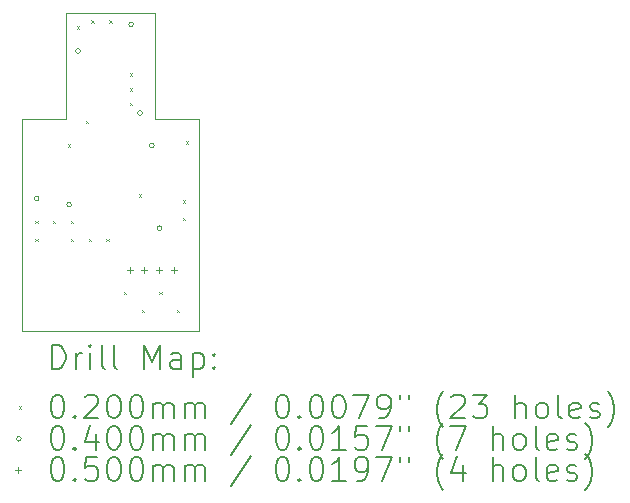
<source format=gbr>
%TF.GenerationSoftware,KiCad,Pcbnew,7.0.7*%
%TF.CreationDate,2023-09-24T13:38:28+10:00*%
%TF.ProjectId,fyp_breakout,6679705f-6272-4656-916b-6f75742e6b69,rev?*%
%TF.SameCoordinates,Original*%
%TF.FileFunction,Drillmap*%
%TF.FilePolarity,Positive*%
%FSLAX45Y45*%
G04 Gerber Fmt 4.5, Leading zero omitted, Abs format (unit mm)*
G04 Created by KiCad (PCBNEW 7.0.7) date 2023-09-24 13:38:28*
%MOMM*%
%LPD*%
G01*
G04 APERTURE LIST*
%ADD10C,0.100000*%
%ADD11C,0.200000*%
%ADD12C,0.020000*%
%ADD13C,0.040000*%
%ADD14C,0.050000*%
G04 APERTURE END LIST*
D10*
X14875000Y-10400000D02*
X15250000Y-10400000D01*
X15250000Y-12200000D01*
X13750000Y-12200000D01*
X13750000Y-10400000D01*
X14125000Y-10400000D01*
X14125000Y-9500000D01*
X14875000Y-9500000D01*
X14875000Y-10400000D01*
D11*
D12*
X13865000Y-11265000D02*
X13885000Y-11285000D01*
X13885000Y-11265000D02*
X13865000Y-11285000D01*
X13865000Y-11415000D02*
X13885000Y-11435000D01*
X13885000Y-11415000D02*
X13865000Y-11435000D01*
X14015000Y-11265000D02*
X14035000Y-11285000D01*
X14035000Y-11265000D02*
X14015000Y-11285000D01*
X14140000Y-10615000D02*
X14160000Y-10635000D01*
X14160000Y-10615000D02*
X14140000Y-10635000D01*
X14165000Y-11265000D02*
X14185000Y-11285000D01*
X14185000Y-11265000D02*
X14165000Y-11285000D01*
X14165000Y-11415000D02*
X14185000Y-11435000D01*
X14185000Y-11415000D02*
X14165000Y-11435000D01*
X14215000Y-9615000D02*
X14235000Y-9635000D01*
X14235000Y-9615000D02*
X14215000Y-9635000D01*
X14290000Y-10415000D02*
X14310000Y-10435000D01*
X14310000Y-10415000D02*
X14290000Y-10435000D01*
X14315000Y-11415000D02*
X14335000Y-11435000D01*
X14335000Y-11415000D02*
X14315000Y-11435000D01*
X14340000Y-9565000D02*
X14360000Y-9585000D01*
X14360000Y-9565000D02*
X14340000Y-9585000D01*
X14465000Y-11415000D02*
X14485000Y-11435000D01*
X14485000Y-11415000D02*
X14465000Y-11435000D01*
X14490000Y-9565000D02*
X14510000Y-9585000D01*
X14510000Y-9565000D02*
X14490000Y-9585000D01*
X14615000Y-11865000D02*
X14635000Y-11885000D01*
X14635000Y-11865000D02*
X14615000Y-11885000D01*
X14665000Y-10015000D02*
X14685000Y-10035000D01*
X14685000Y-10015000D02*
X14665000Y-10035000D01*
X14665000Y-10140000D02*
X14685000Y-10160000D01*
X14685000Y-10140000D02*
X14665000Y-10160000D01*
X14665000Y-10265000D02*
X14685000Y-10285000D01*
X14685000Y-10265000D02*
X14665000Y-10285000D01*
X14740000Y-11040000D02*
X14760000Y-11060000D01*
X14760000Y-11040000D02*
X14740000Y-11060000D01*
X14765000Y-12015000D02*
X14785000Y-12035000D01*
X14785000Y-12015000D02*
X14765000Y-12035000D01*
X14915000Y-11865000D02*
X14935000Y-11885000D01*
X14935000Y-11865000D02*
X14915000Y-11885000D01*
X15065000Y-12015000D02*
X15085000Y-12035000D01*
X15085000Y-12015000D02*
X15065000Y-12035000D01*
X15115000Y-11090000D02*
X15135000Y-11110000D01*
X15135000Y-11090000D02*
X15115000Y-11110000D01*
X15115000Y-11240000D02*
X15135000Y-11260000D01*
X15135000Y-11240000D02*
X15115000Y-11260000D01*
X15140000Y-10590000D02*
X15160000Y-10610000D01*
X15160000Y-10590000D02*
X15140000Y-10610000D01*
D13*
X13895000Y-11075000D02*
G75*
G03*
X13895000Y-11075000I-20000J0D01*
G01*
X14170000Y-11125000D02*
G75*
G03*
X14170000Y-11125000I-20000J0D01*
G01*
X14245000Y-9825000D02*
G75*
G03*
X14245000Y-9825000I-20000J0D01*
G01*
X14695000Y-9600000D02*
G75*
G03*
X14695000Y-9600000I-20000J0D01*
G01*
X14770000Y-10350000D02*
G75*
G03*
X14770000Y-10350000I-20000J0D01*
G01*
X14870000Y-10625000D02*
G75*
G03*
X14870000Y-10625000I-20000J0D01*
G01*
X14935050Y-11325000D02*
G75*
G03*
X14935050Y-11325000I-20000J0D01*
G01*
D14*
X14662500Y-11655000D02*
X14662500Y-11705000D01*
X14637500Y-11680000D02*
X14687500Y-11680000D01*
X14787500Y-11655000D02*
X14787500Y-11705000D01*
X14762500Y-11680000D02*
X14812500Y-11680000D01*
X14912500Y-11655000D02*
X14912500Y-11705000D01*
X14887500Y-11680000D02*
X14937500Y-11680000D01*
X15037500Y-11655000D02*
X15037500Y-11705000D01*
X15012500Y-11680000D02*
X15062500Y-11680000D01*
D11*
X14005777Y-12516484D02*
X14005777Y-12316484D01*
X14005777Y-12316484D02*
X14053396Y-12316484D01*
X14053396Y-12316484D02*
X14081967Y-12326008D01*
X14081967Y-12326008D02*
X14101015Y-12345055D01*
X14101015Y-12345055D02*
X14110539Y-12364103D01*
X14110539Y-12364103D02*
X14120062Y-12402198D01*
X14120062Y-12402198D02*
X14120062Y-12430769D01*
X14120062Y-12430769D02*
X14110539Y-12468865D01*
X14110539Y-12468865D02*
X14101015Y-12487912D01*
X14101015Y-12487912D02*
X14081967Y-12506960D01*
X14081967Y-12506960D02*
X14053396Y-12516484D01*
X14053396Y-12516484D02*
X14005777Y-12516484D01*
X14205777Y-12516484D02*
X14205777Y-12383150D01*
X14205777Y-12421246D02*
X14215301Y-12402198D01*
X14215301Y-12402198D02*
X14224824Y-12392674D01*
X14224824Y-12392674D02*
X14243872Y-12383150D01*
X14243872Y-12383150D02*
X14262920Y-12383150D01*
X14329586Y-12516484D02*
X14329586Y-12383150D01*
X14329586Y-12316484D02*
X14320062Y-12326008D01*
X14320062Y-12326008D02*
X14329586Y-12335531D01*
X14329586Y-12335531D02*
X14339110Y-12326008D01*
X14339110Y-12326008D02*
X14329586Y-12316484D01*
X14329586Y-12316484D02*
X14329586Y-12335531D01*
X14453396Y-12516484D02*
X14434348Y-12506960D01*
X14434348Y-12506960D02*
X14424824Y-12487912D01*
X14424824Y-12487912D02*
X14424824Y-12316484D01*
X14558158Y-12516484D02*
X14539110Y-12506960D01*
X14539110Y-12506960D02*
X14529586Y-12487912D01*
X14529586Y-12487912D02*
X14529586Y-12316484D01*
X14786729Y-12516484D02*
X14786729Y-12316484D01*
X14786729Y-12316484D02*
X14853396Y-12459341D01*
X14853396Y-12459341D02*
X14920062Y-12316484D01*
X14920062Y-12316484D02*
X14920062Y-12516484D01*
X15101015Y-12516484D02*
X15101015Y-12411722D01*
X15101015Y-12411722D02*
X15091491Y-12392674D01*
X15091491Y-12392674D02*
X15072443Y-12383150D01*
X15072443Y-12383150D02*
X15034348Y-12383150D01*
X15034348Y-12383150D02*
X15015301Y-12392674D01*
X15101015Y-12506960D02*
X15081967Y-12516484D01*
X15081967Y-12516484D02*
X15034348Y-12516484D01*
X15034348Y-12516484D02*
X15015301Y-12506960D01*
X15015301Y-12506960D02*
X15005777Y-12487912D01*
X15005777Y-12487912D02*
X15005777Y-12468865D01*
X15005777Y-12468865D02*
X15015301Y-12449817D01*
X15015301Y-12449817D02*
X15034348Y-12440293D01*
X15034348Y-12440293D02*
X15081967Y-12440293D01*
X15081967Y-12440293D02*
X15101015Y-12430769D01*
X15196253Y-12383150D02*
X15196253Y-12583150D01*
X15196253Y-12392674D02*
X15215301Y-12383150D01*
X15215301Y-12383150D02*
X15253396Y-12383150D01*
X15253396Y-12383150D02*
X15272443Y-12392674D01*
X15272443Y-12392674D02*
X15281967Y-12402198D01*
X15281967Y-12402198D02*
X15291491Y-12421246D01*
X15291491Y-12421246D02*
X15291491Y-12478388D01*
X15291491Y-12478388D02*
X15281967Y-12497436D01*
X15281967Y-12497436D02*
X15272443Y-12506960D01*
X15272443Y-12506960D02*
X15253396Y-12516484D01*
X15253396Y-12516484D02*
X15215301Y-12516484D01*
X15215301Y-12516484D02*
X15196253Y-12506960D01*
X15377205Y-12497436D02*
X15386729Y-12506960D01*
X15386729Y-12506960D02*
X15377205Y-12516484D01*
X15377205Y-12516484D02*
X15367682Y-12506960D01*
X15367682Y-12506960D02*
X15377205Y-12497436D01*
X15377205Y-12497436D02*
X15377205Y-12516484D01*
X15377205Y-12392674D02*
X15386729Y-12402198D01*
X15386729Y-12402198D02*
X15377205Y-12411722D01*
X15377205Y-12411722D02*
X15367682Y-12402198D01*
X15367682Y-12402198D02*
X15377205Y-12392674D01*
X15377205Y-12392674D02*
X15377205Y-12411722D01*
D12*
X13725000Y-12835000D02*
X13745000Y-12855000D01*
X13745000Y-12835000D02*
X13725000Y-12855000D01*
D11*
X14043872Y-12736484D02*
X14062920Y-12736484D01*
X14062920Y-12736484D02*
X14081967Y-12746008D01*
X14081967Y-12746008D02*
X14091491Y-12755531D01*
X14091491Y-12755531D02*
X14101015Y-12774579D01*
X14101015Y-12774579D02*
X14110539Y-12812674D01*
X14110539Y-12812674D02*
X14110539Y-12860293D01*
X14110539Y-12860293D02*
X14101015Y-12898388D01*
X14101015Y-12898388D02*
X14091491Y-12917436D01*
X14091491Y-12917436D02*
X14081967Y-12926960D01*
X14081967Y-12926960D02*
X14062920Y-12936484D01*
X14062920Y-12936484D02*
X14043872Y-12936484D01*
X14043872Y-12936484D02*
X14024824Y-12926960D01*
X14024824Y-12926960D02*
X14015301Y-12917436D01*
X14015301Y-12917436D02*
X14005777Y-12898388D01*
X14005777Y-12898388D02*
X13996253Y-12860293D01*
X13996253Y-12860293D02*
X13996253Y-12812674D01*
X13996253Y-12812674D02*
X14005777Y-12774579D01*
X14005777Y-12774579D02*
X14015301Y-12755531D01*
X14015301Y-12755531D02*
X14024824Y-12746008D01*
X14024824Y-12746008D02*
X14043872Y-12736484D01*
X14196253Y-12917436D02*
X14205777Y-12926960D01*
X14205777Y-12926960D02*
X14196253Y-12936484D01*
X14196253Y-12936484D02*
X14186729Y-12926960D01*
X14186729Y-12926960D02*
X14196253Y-12917436D01*
X14196253Y-12917436D02*
X14196253Y-12936484D01*
X14281967Y-12755531D02*
X14291491Y-12746008D01*
X14291491Y-12746008D02*
X14310539Y-12736484D01*
X14310539Y-12736484D02*
X14358158Y-12736484D01*
X14358158Y-12736484D02*
X14377205Y-12746008D01*
X14377205Y-12746008D02*
X14386729Y-12755531D01*
X14386729Y-12755531D02*
X14396253Y-12774579D01*
X14396253Y-12774579D02*
X14396253Y-12793627D01*
X14396253Y-12793627D02*
X14386729Y-12822198D01*
X14386729Y-12822198D02*
X14272443Y-12936484D01*
X14272443Y-12936484D02*
X14396253Y-12936484D01*
X14520062Y-12736484D02*
X14539110Y-12736484D01*
X14539110Y-12736484D02*
X14558158Y-12746008D01*
X14558158Y-12746008D02*
X14567682Y-12755531D01*
X14567682Y-12755531D02*
X14577205Y-12774579D01*
X14577205Y-12774579D02*
X14586729Y-12812674D01*
X14586729Y-12812674D02*
X14586729Y-12860293D01*
X14586729Y-12860293D02*
X14577205Y-12898388D01*
X14577205Y-12898388D02*
X14567682Y-12917436D01*
X14567682Y-12917436D02*
X14558158Y-12926960D01*
X14558158Y-12926960D02*
X14539110Y-12936484D01*
X14539110Y-12936484D02*
X14520062Y-12936484D01*
X14520062Y-12936484D02*
X14501015Y-12926960D01*
X14501015Y-12926960D02*
X14491491Y-12917436D01*
X14491491Y-12917436D02*
X14481967Y-12898388D01*
X14481967Y-12898388D02*
X14472443Y-12860293D01*
X14472443Y-12860293D02*
X14472443Y-12812674D01*
X14472443Y-12812674D02*
X14481967Y-12774579D01*
X14481967Y-12774579D02*
X14491491Y-12755531D01*
X14491491Y-12755531D02*
X14501015Y-12746008D01*
X14501015Y-12746008D02*
X14520062Y-12736484D01*
X14710539Y-12736484D02*
X14729586Y-12736484D01*
X14729586Y-12736484D02*
X14748634Y-12746008D01*
X14748634Y-12746008D02*
X14758158Y-12755531D01*
X14758158Y-12755531D02*
X14767682Y-12774579D01*
X14767682Y-12774579D02*
X14777205Y-12812674D01*
X14777205Y-12812674D02*
X14777205Y-12860293D01*
X14777205Y-12860293D02*
X14767682Y-12898388D01*
X14767682Y-12898388D02*
X14758158Y-12917436D01*
X14758158Y-12917436D02*
X14748634Y-12926960D01*
X14748634Y-12926960D02*
X14729586Y-12936484D01*
X14729586Y-12936484D02*
X14710539Y-12936484D01*
X14710539Y-12936484D02*
X14691491Y-12926960D01*
X14691491Y-12926960D02*
X14681967Y-12917436D01*
X14681967Y-12917436D02*
X14672443Y-12898388D01*
X14672443Y-12898388D02*
X14662920Y-12860293D01*
X14662920Y-12860293D02*
X14662920Y-12812674D01*
X14662920Y-12812674D02*
X14672443Y-12774579D01*
X14672443Y-12774579D02*
X14681967Y-12755531D01*
X14681967Y-12755531D02*
X14691491Y-12746008D01*
X14691491Y-12746008D02*
X14710539Y-12736484D01*
X14862920Y-12936484D02*
X14862920Y-12803150D01*
X14862920Y-12822198D02*
X14872443Y-12812674D01*
X14872443Y-12812674D02*
X14891491Y-12803150D01*
X14891491Y-12803150D02*
X14920063Y-12803150D01*
X14920063Y-12803150D02*
X14939110Y-12812674D01*
X14939110Y-12812674D02*
X14948634Y-12831722D01*
X14948634Y-12831722D02*
X14948634Y-12936484D01*
X14948634Y-12831722D02*
X14958158Y-12812674D01*
X14958158Y-12812674D02*
X14977205Y-12803150D01*
X14977205Y-12803150D02*
X15005777Y-12803150D01*
X15005777Y-12803150D02*
X15024824Y-12812674D01*
X15024824Y-12812674D02*
X15034348Y-12831722D01*
X15034348Y-12831722D02*
X15034348Y-12936484D01*
X15129586Y-12936484D02*
X15129586Y-12803150D01*
X15129586Y-12822198D02*
X15139110Y-12812674D01*
X15139110Y-12812674D02*
X15158158Y-12803150D01*
X15158158Y-12803150D02*
X15186729Y-12803150D01*
X15186729Y-12803150D02*
X15205777Y-12812674D01*
X15205777Y-12812674D02*
X15215301Y-12831722D01*
X15215301Y-12831722D02*
X15215301Y-12936484D01*
X15215301Y-12831722D02*
X15224824Y-12812674D01*
X15224824Y-12812674D02*
X15243872Y-12803150D01*
X15243872Y-12803150D02*
X15272443Y-12803150D01*
X15272443Y-12803150D02*
X15291491Y-12812674D01*
X15291491Y-12812674D02*
X15301015Y-12831722D01*
X15301015Y-12831722D02*
X15301015Y-12936484D01*
X15691491Y-12726960D02*
X15520063Y-12984103D01*
X15948634Y-12736484D02*
X15967682Y-12736484D01*
X15967682Y-12736484D02*
X15986729Y-12746008D01*
X15986729Y-12746008D02*
X15996253Y-12755531D01*
X15996253Y-12755531D02*
X16005777Y-12774579D01*
X16005777Y-12774579D02*
X16015301Y-12812674D01*
X16015301Y-12812674D02*
X16015301Y-12860293D01*
X16015301Y-12860293D02*
X16005777Y-12898388D01*
X16005777Y-12898388D02*
X15996253Y-12917436D01*
X15996253Y-12917436D02*
X15986729Y-12926960D01*
X15986729Y-12926960D02*
X15967682Y-12936484D01*
X15967682Y-12936484D02*
X15948634Y-12936484D01*
X15948634Y-12936484D02*
X15929586Y-12926960D01*
X15929586Y-12926960D02*
X15920063Y-12917436D01*
X15920063Y-12917436D02*
X15910539Y-12898388D01*
X15910539Y-12898388D02*
X15901015Y-12860293D01*
X15901015Y-12860293D02*
X15901015Y-12812674D01*
X15901015Y-12812674D02*
X15910539Y-12774579D01*
X15910539Y-12774579D02*
X15920063Y-12755531D01*
X15920063Y-12755531D02*
X15929586Y-12746008D01*
X15929586Y-12746008D02*
X15948634Y-12736484D01*
X16101015Y-12917436D02*
X16110539Y-12926960D01*
X16110539Y-12926960D02*
X16101015Y-12936484D01*
X16101015Y-12936484D02*
X16091491Y-12926960D01*
X16091491Y-12926960D02*
X16101015Y-12917436D01*
X16101015Y-12917436D02*
X16101015Y-12936484D01*
X16234348Y-12736484D02*
X16253396Y-12736484D01*
X16253396Y-12736484D02*
X16272444Y-12746008D01*
X16272444Y-12746008D02*
X16281967Y-12755531D01*
X16281967Y-12755531D02*
X16291491Y-12774579D01*
X16291491Y-12774579D02*
X16301015Y-12812674D01*
X16301015Y-12812674D02*
X16301015Y-12860293D01*
X16301015Y-12860293D02*
X16291491Y-12898388D01*
X16291491Y-12898388D02*
X16281967Y-12917436D01*
X16281967Y-12917436D02*
X16272444Y-12926960D01*
X16272444Y-12926960D02*
X16253396Y-12936484D01*
X16253396Y-12936484D02*
X16234348Y-12936484D01*
X16234348Y-12936484D02*
X16215301Y-12926960D01*
X16215301Y-12926960D02*
X16205777Y-12917436D01*
X16205777Y-12917436D02*
X16196253Y-12898388D01*
X16196253Y-12898388D02*
X16186729Y-12860293D01*
X16186729Y-12860293D02*
X16186729Y-12812674D01*
X16186729Y-12812674D02*
X16196253Y-12774579D01*
X16196253Y-12774579D02*
X16205777Y-12755531D01*
X16205777Y-12755531D02*
X16215301Y-12746008D01*
X16215301Y-12746008D02*
X16234348Y-12736484D01*
X16424825Y-12736484D02*
X16443872Y-12736484D01*
X16443872Y-12736484D02*
X16462920Y-12746008D01*
X16462920Y-12746008D02*
X16472444Y-12755531D01*
X16472444Y-12755531D02*
X16481967Y-12774579D01*
X16481967Y-12774579D02*
X16491491Y-12812674D01*
X16491491Y-12812674D02*
X16491491Y-12860293D01*
X16491491Y-12860293D02*
X16481967Y-12898388D01*
X16481967Y-12898388D02*
X16472444Y-12917436D01*
X16472444Y-12917436D02*
X16462920Y-12926960D01*
X16462920Y-12926960D02*
X16443872Y-12936484D01*
X16443872Y-12936484D02*
X16424825Y-12936484D01*
X16424825Y-12936484D02*
X16405777Y-12926960D01*
X16405777Y-12926960D02*
X16396253Y-12917436D01*
X16396253Y-12917436D02*
X16386729Y-12898388D01*
X16386729Y-12898388D02*
X16377206Y-12860293D01*
X16377206Y-12860293D02*
X16377206Y-12812674D01*
X16377206Y-12812674D02*
X16386729Y-12774579D01*
X16386729Y-12774579D02*
X16396253Y-12755531D01*
X16396253Y-12755531D02*
X16405777Y-12746008D01*
X16405777Y-12746008D02*
X16424825Y-12736484D01*
X16558158Y-12736484D02*
X16691491Y-12736484D01*
X16691491Y-12736484D02*
X16605777Y-12936484D01*
X16777206Y-12936484D02*
X16815301Y-12936484D01*
X16815301Y-12936484D02*
X16834349Y-12926960D01*
X16834349Y-12926960D02*
X16843872Y-12917436D01*
X16843872Y-12917436D02*
X16862920Y-12888865D01*
X16862920Y-12888865D02*
X16872444Y-12850769D01*
X16872444Y-12850769D02*
X16872444Y-12774579D01*
X16872444Y-12774579D02*
X16862920Y-12755531D01*
X16862920Y-12755531D02*
X16853396Y-12746008D01*
X16853396Y-12746008D02*
X16834349Y-12736484D01*
X16834349Y-12736484D02*
X16796253Y-12736484D01*
X16796253Y-12736484D02*
X16777206Y-12746008D01*
X16777206Y-12746008D02*
X16767682Y-12755531D01*
X16767682Y-12755531D02*
X16758158Y-12774579D01*
X16758158Y-12774579D02*
X16758158Y-12822198D01*
X16758158Y-12822198D02*
X16767682Y-12841246D01*
X16767682Y-12841246D02*
X16777206Y-12850769D01*
X16777206Y-12850769D02*
X16796253Y-12860293D01*
X16796253Y-12860293D02*
X16834349Y-12860293D01*
X16834349Y-12860293D02*
X16853396Y-12850769D01*
X16853396Y-12850769D02*
X16862920Y-12841246D01*
X16862920Y-12841246D02*
X16872444Y-12822198D01*
X16948634Y-12736484D02*
X16948634Y-12774579D01*
X17024825Y-12736484D02*
X17024825Y-12774579D01*
X17320063Y-13012674D02*
X17310539Y-13003150D01*
X17310539Y-13003150D02*
X17291491Y-12974579D01*
X17291491Y-12974579D02*
X17281968Y-12955531D01*
X17281968Y-12955531D02*
X17272444Y-12926960D01*
X17272444Y-12926960D02*
X17262920Y-12879341D01*
X17262920Y-12879341D02*
X17262920Y-12841246D01*
X17262920Y-12841246D02*
X17272444Y-12793627D01*
X17272444Y-12793627D02*
X17281968Y-12765055D01*
X17281968Y-12765055D02*
X17291491Y-12746008D01*
X17291491Y-12746008D02*
X17310539Y-12717436D01*
X17310539Y-12717436D02*
X17320063Y-12707912D01*
X17386730Y-12755531D02*
X17396253Y-12746008D01*
X17396253Y-12746008D02*
X17415301Y-12736484D01*
X17415301Y-12736484D02*
X17462920Y-12736484D01*
X17462920Y-12736484D02*
X17481968Y-12746008D01*
X17481968Y-12746008D02*
X17491491Y-12755531D01*
X17491491Y-12755531D02*
X17501015Y-12774579D01*
X17501015Y-12774579D02*
X17501015Y-12793627D01*
X17501015Y-12793627D02*
X17491491Y-12822198D01*
X17491491Y-12822198D02*
X17377206Y-12936484D01*
X17377206Y-12936484D02*
X17501015Y-12936484D01*
X17567682Y-12736484D02*
X17691491Y-12736484D01*
X17691491Y-12736484D02*
X17624825Y-12812674D01*
X17624825Y-12812674D02*
X17653396Y-12812674D01*
X17653396Y-12812674D02*
X17672444Y-12822198D01*
X17672444Y-12822198D02*
X17681968Y-12831722D01*
X17681968Y-12831722D02*
X17691491Y-12850769D01*
X17691491Y-12850769D02*
X17691491Y-12898388D01*
X17691491Y-12898388D02*
X17681968Y-12917436D01*
X17681968Y-12917436D02*
X17672444Y-12926960D01*
X17672444Y-12926960D02*
X17653396Y-12936484D01*
X17653396Y-12936484D02*
X17596253Y-12936484D01*
X17596253Y-12936484D02*
X17577206Y-12926960D01*
X17577206Y-12926960D02*
X17567682Y-12917436D01*
X17929587Y-12936484D02*
X17929587Y-12736484D01*
X18015301Y-12936484D02*
X18015301Y-12831722D01*
X18015301Y-12831722D02*
X18005777Y-12812674D01*
X18005777Y-12812674D02*
X17986730Y-12803150D01*
X17986730Y-12803150D02*
X17958158Y-12803150D01*
X17958158Y-12803150D02*
X17939111Y-12812674D01*
X17939111Y-12812674D02*
X17929587Y-12822198D01*
X18139111Y-12936484D02*
X18120063Y-12926960D01*
X18120063Y-12926960D02*
X18110539Y-12917436D01*
X18110539Y-12917436D02*
X18101015Y-12898388D01*
X18101015Y-12898388D02*
X18101015Y-12841246D01*
X18101015Y-12841246D02*
X18110539Y-12822198D01*
X18110539Y-12822198D02*
X18120063Y-12812674D01*
X18120063Y-12812674D02*
X18139111Y-12803150D01*
X18139111Y-12803150D02*
X18167682Y-12803150D01*
X18167682Y-12803150D02*
X18186730Y-12812674D01*
X18186730Y-12812674D02*
X18196253Y-12822198D01*
X18196253Y-12822198D02*
X18205777Y-12841246D01*
X18205777Y-12841246D02*
X18205777Y-12898388D01*
X18205777Y-12898388D02*
X18196253Y-12917436D01*
X18196253Y-12917436D02*
X18186730Y-12926960D01*
X18186730Y-12926960D02*
X18167682Y-12936484D01*
X18167682Y-12936484D02*
X18139111Y-12936484D01*
X18320063Y-12936484D02*
X18301015Y-12926960D01*
X18301015Y-12926960D02*
X18291492Y-12907912D01*
X18291492Y-12907912D02*
X18291492Y-12736484D01*
X18472444Y-12926960D02*
X18453396Y-12936484D01*
X18453396Y-12936484D02*
X18415301Y-12936484D01*
X18415301Y-12936484D02*
X18396253Y-12926960D01*
X18396253Y-12926960D02*
X18386730Y-12907912D01*
X18386730Y-12907912D02*
X18386730Y-12831722D01*
X18386730Y-12831722D02*
X18396253Y-12812674D01*
X18396253Y-12812674D02*
X18415301Y-12803150D01*
X18415301Y-12803150D02*
X18453396Y-12803150D01*
X18453396Y-12803150D02*
X18472444Y-12812674D01*
X18472444Y-12812674D02*
X18481968Y-12831722D01*
X18481968Y-12831722D02*
X18481968Y-12850769D01*
X18481968Y-12850769D02*
X18386730Y-12869817D01*
X18558158Y-12926960D02*
X18577206Y-12936484D01*
X18577206Y-12936484D02*
X18615301Y-12936484D01*
X18615301Y-12936484D02*
X18634349Y-12926960D01*
X18634349Y-12926960D02*
X18643873Y-12907912D01*
X18643873Y-12907912D02*
X18643873Y-12898388D01*
X18643873Y-12898388D02*
X18634349Y-12879341D01*
X18634349Y-12879341D02*
X18615301Y-12869817D01*
X18615301Y-12869817D02*
X18586730Y-12869817D01*
X18586730Y-12869817D02*
X18567682Y-12860293D01*
X18567682Y-12860293D02*
X18558158Y-12841246D01*
X18558158Y-12841246D02*
X18558158Y-12831722D01*
X18558158Y-12831722D02*
X18567682Y-12812674D01*
X18567682Y-12812674D02*
X18586730Y-12803150D01*
X18586730Y-12803150D02*
X18615301Y-12803150D01*
X18615301Y-12803150D02*
X18634349Y-12812674D01*
X18710539Y-13012674D02*
X18720063Y-13003150D01*
X18720063Y-13003150D02*
X18739111Y-12974579D01*
X18739111Y-12974579D02*
X18748634Y-12955531D01*
X18748634Y-12955531D02*
X18758158Y-12926960D01*
X18758158Y-12926960D02*
X18767682Y-12879341D01*
X18767682Y-12879341D02*
X18767682Y-12841246D01*
X18767682Y-12841246D02*
X18758158Y-12793627D01*
X18758158Y-12793627D02*
X18748634Y-12765055D01*
X18748634Y-12765055D02*
X18739111Y-12746008D01*
X18739111Y-12746008D02*
X18720063Y-12717436D01*
X18720063Y-12717436D02*
X18710539Y-12707912D01*
D13*
X13745000Y-13109000D02*
G75*
G03*
X13745000Y-13109000I-20000J0D01*
G01*
D11*
X14043872Y-13000484D02*
X14062920Y-13000484D01*
X14062920Y-13000484D02*
X14081967Y-13010008D01*
X14081967Y-13010008D02*
X14091491Y-13019531D01*
X14091491Y-13019531D02*
X14101015Y-13038579D01*
X14101015Y-13038579D02*
X14110539Y-13076674D01*
X14110539Y-13076674D02*
X14110539Y-13124293D01*
X14110539Y-13124293D02*
X14101015Y-13162388D01*
X14101015Y-13162388D02*
X14091491Y-13181436D01*
X14091491Y-13181436D02*
X14081967Y-13190960D01*
X14081967Y-13190960D02*
X14062920Y-13200484D01*
X14062920Y-13200484D02*
X14043872Y-13200484D01*
X14043872Y-13200484D02*
X14024824Y-13190960D01*
X14024824Y-13190960D02*
X14015301Y-13181436D01*
X14015301Y-13181436D02*
X14005777Y-13162388D01*
X14005777Y-13162388D02*
X13996253Y-13124293D01*
X13996253Y-13124293D02*
X13996253Y-13076674D01*
X13996253Y-13076674D02*
X14005777Y-13038579D01*
X14005777Y-13038579D02*
X14015301Y-13019531D01*
X14015301Y-13019531D02*
X14024824Y-13010008D01*
X14024824Y-13010008D02*
X14043872Y-13000484D01*
X14196253Y-13181436D02*
X14205777Y-13190960D01*
X14205777Y-13190960D02*
X14196253Y-13200484D01*
X14196253Y-13200484D02*
X14186729Y-13190960D01*
X14186729Y-13190960D02*
X14196253Y-13181436D01*
X14196253Y-13181436D02*
X14196253Y-13200484D01*
X14377205Y-13067150D02*
X14377205Y-13200484D01*
X14329586Y-12990960D02*
X14281967Y-13133817D01*
X14281967Y-13133817D02*
X14405777Y-13133817D01*
X14520062Y-13000484D02*
X14539110Y-13000484D01*
X14539110Y-13000484D02*
X14558158Y-13010008D01*
X14558158Y-13010008D02*
X14567682Y-13019531D01*
X14567682Y-13019531D02*
X14577205Y-13038579D01*
X14577205Y-13038579D02*
X14586729Y-13076674D01*
X14586729Y-13076674D02*
X14586729Y-13124293D01*
X14586729Y-13124293D02*
X14577205Y-13162388D01*
X14577205Y-13162388D02*
X14567682Y-13181436D01*
X14567682Y-13181436D02*
X14558158Y-13190960D01*
X14558158Y-13190960D02*
X14539110Y-13200484D01*
X14539110Y-13200484D02*
X14520062Y-13200484D01*
X14520062Y-13200484D02*
X14501015Y-13190960D01*
X14501015Y-13190960D02*
X14491491Y-13181436D01*
X14491491Y-13181436D02*
X14481967Y-13162388D01*
X14481967Y-13162388D02*
X14472443Y-13124293D01*
X14472443Y-13124293D02*
X14472443Y-13076674D01*
X14472443Y-13076674D02*
X14481967Y-13038579D01*
X14481967Y-13038579D02*
X14491491Y-13019531D01*
X14491491Y-13019531D02*
X14501015Y-13010008D01*
X14501015Y-13010008D02*
X14520062Y-13000484D01*
X14710539Y-13000484D02*
X14729586Y-13000484D01*
X14729586Y-13000484D02*
X14748634Y-13010008D01*
X14748634Y-13010008D02*
X14758158Y-13019531D01*
X14758158Y-13019531D02*
X14767682Y-13038579D01*
X14767682Y-13038579D02*
X14777205Y-13076674D01*
X14777205Y-13076674D02*
X14777205Y-13124293D01*
X14777205Y-13124293D02*
X14767682Y-13162388D01*
X14767682Y-13162388D02*
X14758158Y-13181436D01*
X14758158Y-13181436D02*
X14748634Y-13190960D01*
X14748634Y-13190960D02*
X14729586Y-13200484D01*
X14729586Y-13200484D02*
X14710539Y-13200484D01*
X14710539Y-13200484D02*
X14691491Y-13190960D01*
X14691491Y-13190960D02*
X14681967Y-13181436D01*
X14681967Y-13181436D02*
X14672443Y-13162388D01*
X14672443Y-13162388D02*
X14662920Y-13124293D01*
X14662920Y-13124293D02*
X14662920Y-13076674D01*
X14662920Y-13076674D02*
X14672443Y-13038579D01*
X14672443Y-13038579D02*
X14681967Y-13019531D01*
X14681967Y-13019531D02*
X14691491Y-13010008D01*
X14691491Y-13010008D02*
X14710539Y-13000484D01*
X14862920Y-13200484D02*
X14862920Y-13067150D01*
X14862920Y-13086198D02*
X14872443Y-13076674D01*
X14872443Y-13076674D02*
X14891491Y-13067150D01*
X14891491Y-13067150D02*
X14920063Y-13067150D01*
X14920063Y-13067150D02*
X14939110Y-13076674D01*
X14939110Y-13076674D02*
X14948634Y-13095722D01*
X14948634Y-13095722D02*
X14948634Y-13200484D01*
X14948634Y-13095722D02*
X14958158Y-13076674D01*
X14958158Y-13076674D02*
X14977205Y-13067150D01*
X14977205Y-13067150D02*
X15005777Y-13067150D01*
X15005777Y-13067150D02*
X15024824Y-13076674D01*
X15024824Y-13076674D02*
X15034348Y-13095722D01*
X15034348Y-13095722D02*
X15034348Y-13200484D01*
X15129586Y-13200484D02*
X15129586Y-13067150D01*
X15129586Y-13086198D02*
X15139110Y-13076674D01*
X15139110Y-13076674D02*
X15158158Y-13067150D01*
X15158158Y-13067150D02*
X15186729Y-13067150D01*
X15186729Y-13067150D02*
X15205777Y-13076674D01*
X15205777Y-13076674D02*
X15215301Y-13095722D01*
X15215301Y-13095722D02*
X15215301Y-13200484D01*
X15215301Y-13095722D02*
X15224824Y-13076674D01*
X15224824Y-13076674D02*
X15243872Y-13067150D01*
X15243872Y-13067150D02*
X15272443Y-13067150D01*
X15272443Y-13067150D02*
X15291491Y-13076674D01*
X15291491Y-13076674D02*
X15301015Y-13095722D01*
X15301015Y-13095722D02*
X15301015Y-13200484D01*
X15691491Y-12990960D02*
X15520063Y-13248103D01*
X15948634Y-13000484D02*
X15967682Y-13000484D01*
X15967682Y-13000484D02*
X15986729Y-13010008D01*
X15986729Y-13010008D02*
X15996253Y-13019531D01*
X15996253Y-13019531D02*
X16005777Y-13038579D01*
X16005777Y-13038579D02*
X16015301Y-13076674D01*
X16015301Y-13076674D02*
X16015301Y-13124293D01*
X16015301Y-13124293D02*
X16005777Y-13162388D01*
X16005777Y-13162388D02*
X15996253Y-13181436D01*
X15996253Y-13181436D02*
X15986729Y-13190960D01*
X15986729Y-13190960D02*
X15967682Y-13200484D01*
X15967682Y-13200484D02*
X15948634Y-13200484D01*
X15948634Y-13200484D02*
X15929586Y-13190960D01*
X15929586Y-13190960D02*
X15920063Y-13181436D01*
X15920063Y-13181436D02*
X15910539Y-13162388D01*
X15910539Y-13162388D02*
X15901015Y-13124293D01*
X15901015Y-13124293D02*
X15901015Y-13076674D01*
X15901015Y-13076674D02*
X15910539Y-13038579D01*
X15910539Y-13038579D02*
X15920063Y-13019531D01*
X15920063Y-13019531D02*
X15929586Y-13010008D01*
X15929586Y-13010008D02*
X15948634Y-13000484D01*
X16101015Y-13181436D02*
X16110539Y-13190960D01*
X16110539Y-13190960D02*
X16101015Y-13200484D01*
X16101015Y-13200484D02*
X16091491Y-13190960D01*
X16091491Y-13190960D02*
X16101015Y-13181436D01*
X16101015Y-13181436D02*
X16101015Y-13200484D01*
X16234348Y-13000484D02*
X16253396Y-13000484D01*
X16253396Y-13000484D02*
X16272444Y-13010008D01*
X16272444Y-13010008D02*
X16281967Y-13019531D01*
X16281967Y-13019531D02*
X16291491Y-13038579D01*
X16291491Y-13038579D02*
X16301015Y-13076674D01*
X16301015Y-13076674D02*
X16301015Y-13124293D01*
X16301015Y-13124293D02*
X16291491Y-13162388D01*
X16291491Y-13162388D02*
X16281967Y-13181436D01*
X16281967Y-13181436D02*
X16272444Y-13190960D01*
X16272444Y-13190960D02*
X16253396Y-13200484D01*
X16253396Y-13200484D02*
X16234348Y-13200484D01*
X16234348Y-13200484D02*
X16215301Y-13190960D01*
X16215301Y-13190960D02*
X16205777Y-13181436D01*
X16205777Y-13181436D02*
X16196253Y-13162388D01*
X16196253Y-13162388D02*
X16186729Y-13124293D01*
X16186729Y-13124293D02*
X16186729Y-13076674D01*
X16186729Y-13076674D02*
X16196253Y-13038579D01*
X16196253Y-13038579D02*
X16205777Y-13019531D01*
X16205777Y-13019531D02*
X16215301Y-13010008D01*
X16215301Y-13010008D02*
X16234348Y-13000484D01*
X16491491Y-13200484D02*
X16377206Y-13200484D01*
X16434348Y-13200484D02*
X16434348Y-13000484D01*
X16434348Y-13000484D02*
X16415301Y-13029055D01*
X16415301Y-13029055D02*
X16396253Y-13048103D01*
X16396253Y-13048103D02*
X16377206Y-13057627D01*
X16672444Y-13000484D02*
X16577206Y-13000484D01*
X16577206Y-13000484D02*
X16567682Y-13095722D01*
X16567682Y-13095722D02*
X16577206Y-13086198D01*
X16577206Y-13086198D02*
X16596253Y-13076674D01*
X16596253Y-13076674D02*
X16643872Y-13076674D01*
X16643872Y-13076674D02*
X16662920Y-13086198D01*
X16662920Y-13086198D02*
X16672444Y-13095722D01*
X16672444Y-13095722D02*
X16681967Y-13114769D01*
X16681967Y-13114769D02*
X16681967Y-13162388D01*
X16681967Y-13162388D02*
X16672444Y-13181436D01*
X16672444Y-13181436D02*
X16662920Y-13190960D01*
X16662920Y-13190960D02*
X16643872Y-13200484D01*
X16643872Y-13200484D02*
X16596253Y-13200484D01*
X16596253Y-13200484D02*
X16577206Y-13190960D01*
X16577206Y-13190960D02*
X16567682Y-13181436D01*
X16748634Y-13000484D02*
X16881968Y-13000484D01*
X16881968Y-13000484D02*
X16796253Y-13200484D01*
X16948634Y-13000484D02*
X16948634Y-13038579D01*
X17024825Y-13000484D02*
X17024825Y-13038579D01*
X17320063Y-13276674D02*
X17310539Y-13267150D01*
X17310539Y-13267150D02*
X17291491Y-13238579D01*
X17291491Y-13238579D02*
X17281968Y-13219531D01*
X17281968Y-13219531D02*
X17272444Y-13190960D01*
X17272444Y-13190960D02*
X17262920Y-13143341D01*
X17262920Y-13143341D02*
X17262920Y-13105246D01*
X17262920Y-13105246D02*
X17272444Y-13057627D01*
X17272444Y-13057627D02*
X17281968Y-13029055D01*
X17281968Y-13029055D02*
X17291491Y-13010008D01*
X17291491Y-13010008D02*
X17310539Y-12981436D01*
X17310539Y-12981436D02*
X17320063Y-12971912D01*
X17377206Y-13000484D02*
X17510539Y-13000484D01*
X17510539Y-13000484D02*
X17424825Y-13200484D01*
X17739111Y-13200484D02*
X17739111Y-13000484D01*
X17824825Y-13200484D02*
X17824825Y-13095722D01*
X17824825Y-13095722D02*
X17815301Y-13076674D01*
X17815301Y-13076674D02*
X17796253Y-13067150D01*
X17796253Y-13067150D02*
X17767682Y-13067150D01*
X17767682Y-13067150D02*
X17748634Y-13076674D01*
X17748634Y-13076674D02*
X17739111Y-13086198D01*
X17948634Y-13200484D02*
X17929587Y-13190960D01*
X17929587Y-13190960D02*
X17920063Y-13181436D01*
X17920063Y-13181436D02*
X17910539Y-13162388D01*
X17910539Y-13162388D02*
X17910539Y-13105246D01*
X17910539Y-13105246D02*
X17920063Y-13086198D01*
X17920063Y-13086198D02*
X17929587Y-13076674D01*
X17929587Y-13076674D02*
X17948634Y-13067150D01*
X17948634Y-13067150D02*
X17977206Y-13067150D01*
X17977206Y-13067150D02*
X17996253Y-13076674D01*
X17996253Y-13076674D02*
X18005777Y-13086198D01*
X18005777Y-13086198D02*
X18015301Y-13105246D01*
X18015301Y-13105246D02*
X18015301Y-13162388D01*
X18015301Y-13162388D02*
X18005777Y-13181436D01*
X18005777Y-13181436D02*
X17996253Y-13190960D01*
X17996253Y-13190960D02*
X17977206Y-13200484D01*
X17977206Y-13200484D02*
X17948634Y-13200484D01*
X18129587Y-13200484D02*
X18110539Y-13190960D01*
X18110539Y-13190960D02*
X18101015Y-13171912D01*
X18101015Y-13171912D02*
X18101015Y-13000484D01*
X18281968Y-13190960D02*
X18262920Y-13200484D01*
X18262920Y-13200484D02*
X18224825Y-13200484D01*
X18224825Y-13200484D02*
X18205777Y-13190960D01*
X18205777Y-13190960D02*
X18196253Y-13171912D01*
X18196253Y-13171912D02*
X18196253Y-13095722D01*
X18196253Y-13095722D02*
X18205777Y-13076674D01*
X18205777Y-13076674D02*
X18224825Y-13067150D01*
X18224825Y-13067150D02*
X18262920Y-13067150D01*
X18262920Y-13067150D02*
X18281968Y-13076674D01*
X18281968Y-13076674D02*
X18291492Y-13095722D01*
X18291492Y-13095722D02*
X18291492Y-13114769D01*
X18291492Y-13114769D02*
X18196253Y-13133817D01*
X18367682Y-13190960D02*
X18386730Y-13200484D01*
X18386730Y-13200484D02*
X18424825Y-13200484D01*
X18424825Y-13200484D02*
X18443873Y-13190960D01*
X18443873Y-13190960D02*
X18453396Y-13171912D01*
X18453396Y-13171912D02*
X18453396Y-13162388D01*
X18453396Y-13162388D02*
X18443873Y-13143341D01*
X18443873Y-13143341D02*
X18424825Y-13133817D01*
X18424825Y-13133817D02*
X18396253Y-13133817D01*
X18396253Y-13133817D02*
X18377206Y-13124293D01*
X18377206Y-13124293D02*
X18367682Y-13105246D01*
X18367682Y-13105246D02*
X18367682Y-13095722D01*
X18367682Y-13095722D02*
X18377206Y-13076674D01*
X18377206Y-13076674D02*
X18396253Y-13067150D01*
X18396253Y-13067150D02*
X18424825Y-13067150D01*
X18424825Y-13067150D02*
X18443873Y-13076674D01*
X18520063Y-13276674D02*
X18529587Y-13267150D01*
X18529587Y-13267150D02*
X18548634Y-13238579D01*
X18548634Y-13238579D02*
X18558158Y-13219531D01*
X18558158Y-13219531D02*
X18567682Y-13190960D01*
X18567682Y-13190960D02*
X18577206Y-13143341D01*
X18577206Y-13143341D02*
X18577206Y-13105246D01*
X18577206Y-13105246D02*
X18567682Y-13057627D01*
X18567682Y-13057627D02*
X18558158Y-13029055D01*
X18558158Y-13029055D02*
X18548634Y-13010008D01*
X18548634Y-13010008D02*
X18529587Y-12981436D01*
X18529587Y-12981436D02*
X18520063Y-12971912D01*
D14*
X13720000Y-13348000D02*
X13720000Y-13398000D01*
X13695000Y-13373000D02*
X13745000Y-13373000D01*
D11*
X14043872Y-13264484D02*
X14062920Y-13264484D01*
X14062920Y-13264484D02*
X14081967Y-13274008D01*
X14081967Y-13274008D02*
X14091491Y-13283531D01*
X14091491Y-13283531D02*
X14101015Y-13302579D01*
X14101015Y-13302579D02*
X14110539Y-13340674D01*
X14110539Y-13340674D02*
X14110539Y-13388293D01*
X14110539Y-13388293D02*
X14101015Y-13426388D01*
X14101015Y-13426388D02*
X14091491Y-13445436D01*
X14091491Y-13445436D02*
X14081967Y-13454960D01*
X14081967Y-13454960D02*
X14062920Y-13464484D01*
X14062920Y-13464484D02*
X14043872Y-13464484D01*
X14043872Y-13464484D02*
X14024824Y-13454960D01*
X14024824Y-13454960D02*
X14015301Y-13445436D01*
X14015301Y-13445436D02*
X14005777Y-13426388D01*
X14005777Y-13426388D02*
X13996253Y-13388293D01*
X13996253Y-13388293D02*
X13996253Y-13340674D01*
X13996253Y-13340674D02*
X14005777Y-13302579D01*
X14005777Y-13302579D02*
X14015301Y-13283531D01*
X14015301Y-13283531D02*
X14024824Y-13274008D01*
X14024824Y-13274008D02*
X14043872Y-13264484D01*
X14196253Y-13445436D02*
X14205777Y-13454960D01*
X14205777Y-13454960D02*
X14196253Y-13464484D01*
X14196253Y-13464484D02*
X14186729Y-13454960D01*
X14186729Y-13454960D02*
X14196253Y-13445436D01*
X14196253Y-13445436D02*
X14196253Y-13464484D01*
X14386729Y-13264484D02*
X14291491Y-13264484D01*
X14291491Y-13264484D02*
X14281967Y-13359722D01*
X14281967Y-13359722D02*
X14291491Y-13350198D01*
X14291491Y-13350198D02*
X14310539Y-13340674D01*
X14310539Y-13340674D02*
X14358158Y-13340674D01*
X14358158Y-13340674D02*
X14377205Y-13350198D01*
X14377205Y-13350198D02*
X14386729Y-13359722D01*
X14386729Y-13359722D02*
X14396253Y-13378769D01*
X14396253Y-13378769D02*
X14396253Y-13426388D01*
X14396253Y-13426388D02*
X14386729Y-13445436D01*
X14386729Y-13445436D02*
X14377205Y-13454960D01*
X14377205Y-13454960D02*
X14358158Y-13464484D01*
X14358158Y-13464484D02*
X14310539Y-13464484D01*
X14310539Y-13464484D02*
X14291491Y-13454960D01*
X14291491Y-13454960D02*
X14281967Y-13445436D01*
X14520062Y-13264484D02*
X14539110Y-13264484D01*
X14539110Y-13264484D02*
X14558158Y-13274008D01*
X14558158Y-13274008D02*
X14567682Y-13283531D01*
X14567682Y-13283531D02*
X14577205Y-13302579D01*
X14577205Y-13302579D02*
X14586729Y-13340674D01*
X14586729Y-13340674D02*
X14586729Y-13388293D01*
X14586729Y-13388293D02*
X14577205Y-13426388D01*
X14577205Y-13426388D02*
X14567682Y-13445436D01*
X14567682Y-13445436D02*
X14558158Y-13454960D01*
X14558158Y-13454960D02*
X14539110Y-13464484D01*
X14539110Y-13464484D02*
X14520062Y-13464484D01*
X14520062Y-13464484D02*
X14501015Y-13454960D01*
X14501015Y-13454960D02*
X14491491Y-13445436D01*
X14491491Y-13445436D02*
X14481967Y-13426388D01*
X14481967Y-13426388D02*
X14472443Y-13388293D01*
X14472443Y-13388293D02*
X14472443Y-13340674D01*
X14472443Y-13340674D02*
X14481967Y-13302579D01*
X14481967Y-13302579D02*
X14491491Y-13283531D01*
X14491491Y-13283531D02*
X14501015Y-13274008D01*
X14501015Y-13274008D02*
X14520062Y-13264484D01*
X14710539Y-13264484D02*
X14729586Y-13264484D01*
X14729586Y-13264484D02*
X14748634Y-13274008D01*
X14748634Y-13274008D02*
X14758158Y-13283531D01*
X14758158Y-13283531D02*
X14767682Y-13302579D01*
X14767682Y-13302579D02*
X14777205Y-13340674D01*
X14777205Y-13340674D02*
X14777205Y-13388293D01*
X14777205Y-13388293D02*
X14767682Y-13426388D01*
X14767682Y-13426388D02*
X14758158Y-13445436D01*
X14758158Y-13445436D02*
X14748634Y-13454960D01*
X14748634Y-13454960D02*
X14729586Y-13464484D01*
X14729586Y-13464484D02*
X14710539Y-13464484D01*
X14710539Y-13464484D02*
X14691491Y-13454960D01*
X14691491Y-13454960D02*
X14681967Y-13445436D01*
X14681967Y-13445436D02*
X14672443Y-13426388D01*
X14672443Y-13426388D02*
X14662920Y-13388293D01*
X14662920Y-13388293D02*
X14662920Y-13340674D01*
X14662920Y-13340674D02*
X14672443Y-13302579D01*
X14672443Y-13302579D02*
X14681967Y-13283531D01*
X14681967Y-13283531D02*
X14691491Y-13274008D01*
X14691491Y-13274008D02*
X14710539Y-13264484D01*
X14862920Y-13464484D02*
X14862920Y-13331150D01*
X14862920Y-13350198D02*
X14872443Y-13340674D01*
X14872443Y-13340674D02*
X14891491Y-13331150D01*
X14891491Y-13331150D02*
X14920063Y-13331150D01*
X14920063Y-13331150D02*
X14939110Y-13340674D01*
X14939110Y-13340674D02*
X14948634Y-13359722D01*
X14948634Y-13359722D02*
X14948634Y-13464484D01*
X14948634Y-13359722D02*
X14958158Y-13340674D01*
X14958158Y-13340674D02*
X14977205Y-13331150D01*
X14977205Y-13331150D02*
X15005777Y-13331150D01*
X15005777Y-13331150D02*
X15024824Y-13340674D01*
X15024824Y-13340674D02*
X15034348Y-13359722D01*
X15034348Y-13359722D02*
X15034348Y-13464484D01*
X15129586Y-13464484D02*
X15129586Y-13331150D01*
X15129586Y-13350198D02*
X15139110Y-13340674D01*
X15139110Y-13340674D02*
X15158158Y-13331150D01*
X15158158Y-13331150D02*
X15186729Y-13331150D01*
X15186729Y-13331150D02*
X15205777Y-13340674D01*
X15205777Y-13340674D02*
X15215301Y-13359722D01*
X15215301Y-13359722D02*
X15215301Y-13464484D01*
X15215301Y-13359722D02*
X15224824Y-13340674D01*
X15224824Y-13340674D02*
X15243872Y-13331150D01*
X15243872Y-13331150D02*
X15272443Y-13331150D01*
X15272443Y-13331150D02*
X15291491Y-13340674D01*
X15291491Y-13340674D02*
X15301015Y-13359722D01*
X15301015Y-13359722D02*
X15301015Y-13464484D01*
X15691491Y-13254960D02*
X15520063Y-13512103D01*
X15948634Y-13264484D02*
X15967682Y-13264484D01*
X15967682Y-13264484D02*
X15986729Y-13274008D01*
X15986729Y-13274008D02*
X15996253Y-13283531D01*
X15996253Y-13283531D02*
X16005777Y-13302579D01*
X16005777Y-13302579D02*
X16015301Y-13340674D01*
X16015301Y-13340674D02*
X16015301Y-13388293D01*
X16015301Y-13388293D02*
X16005777Y-13426388D01*
X16005777Y-13426388D02*
X15996253Y-13445436D01*
X15996253Y-13445436D02*
X15986729Y-13454960D01*
X15986729Y-13454960D02*
X15967682Y-13464484D01*
X15967682Y-13464484D02*
X15948634Y-13464484D01*
X15948634Y-13464484D02*
X15929586Y-13454960D01*
X15929586Y-13454960D02*
X15920063Y-13445436D01*
X15920063Y-13445436D02*
X15910539Y-13426388D01*
X15910539Y-13426388D02*
X15901015Y-13388293D01*
X15901015Y-13388293D02*
X15901015Y-13340674D01*
X15901015Y-13340674D02*
X15910539Y-13302579D01*
X15910539Y-13302579D02*
X15920063Y-13283531D01*
X15920063Y-13283531D02*
X15929586Y-13274008D01*
X15929586Y-13274008D02*
X15948634Y-13264484D01*
X16101015Y-13445436D02*
X16110539Y-13454960D01*
X16110539Y-13454960D02*
X16101015Y-13464484D01*
X16101015Y-13464484D02*
X16091491Y-13454960D01*
X16091491Y-13454960D02*
X16101015Y-13445436D01*
X16101015Y-13445436D02*
X16101015Y-13464484D01*
X16234348Y-13264484D02*
X16253396Y-13264484D01*
X16253396Y-13264484D02*
X16272444Y-13274008D01*
X16272444Y-13274008D02*
X16281967Y-13283531D01*
X16281967Y-13283531D02*
X16291491Y-13302579D01*
X16291491Y-13302579D02*
X16301015Y-13340674D01*
X16301015Y-13340674D02*
X16301015Y-13388293D01*
X16301015Y-13388293D02*
X16291491Y-13426388D01*
X16291491Y-13426388D02*
X16281967Y-13445436D01*
X16281967Y-13445436D02*
X16272444Y-13454960D01*
X16272444Y-13454960D02*
X16253396Y-13464484D01*
X16253396Y-13464484D02*
X16234348Y-13464484D01*
X16234348Y-13464484D02*
X16215301Y-13454960D01*
X16215301Y-13454960D02*
X16205777Y-13445436D01*
X16205777Y-13445436D02*
X16196253Y-13426388D01*
X16196253Y-13426388D02*
X16186729Y-13388293D01*
X16186729Y-13388293D02*
X16186729Y-13340674D01*
X16186729Y-13340674D02*
X16196253Y-13302579D01*
X16196253Y-13302579D02*
X16205777Y-13283531D01*
X16205777Y-13283531D02*
X16215301Y-13274008D01*
X16215301Y-13274008D02*
X16234348Y-13264484D01*
X16491491Y-13464484D02*
X16377206Y-13464484D01*
X16434348Y-13464484D02*
X16434348Y-13264484D01*
X16434348Y-13264484D02*
X16415301Y-13293055D01*
X16415301Y-13293055D02*
X16396253Y-13312103D01*
X16396253Y-13312103D02*
X16377206Y-13321627D01*
X16586729Y-13464484D02*
X16624825Y-13464484D01*
X16624825Y-13464484D02*
X16643872Y-13454960D01*
X16643872Y-13454960D02*
X16653396Y-13445436D01*
X16653396Y-13445436D02*
X16672444Y-13416865D01*
X16672444Y-13416865D02*
X16681967Y-13378769D01*
X16681967Y-13378769D02*
X16681967Y-13302579D01*
X16681967Y-13302579D02*
X16672444Y-13283531D01*
X16672444Y-13283531D02*
X16662920Y-13274008D01*
X16662920Y-13274008D02*
X16643872Y-13264484D01*
X16643872Y-13264484D02*
X16605777Y-13264484D01*
X16605777Y-13264484D02*
X16586729Y-13274008D01*
X16586729Y-13274008D02*
X16577206Y-13283531D01*
X16577206Y-13283531D02*
X16567682Y-13302579D01*
X16567682Y-13302579D02*
X16567682Y-13350198D01*
X16567682Y-13350198D02*
X16577206Y-13369246D01*
X16577206Y-13369246D02*
X16586729Y-13378769D01*
X16586729Y-13378769D02*
X16605777Y-13388293D01*
X16605777Y-13388293D02*
X16643872Y-13388293D01*
X16643872Y-13388293D02*
X16662920Y-13378769D01*
X16662920Y-13378769D02*
X16672444Y-13369246D01*
X16672444Y-13369246D02*
X16681967Y-13350198D01*
X16748634Y-13264484D02*
X16881968Y-13264484D01*
X16881968Y-13264484D02*
X16796253Y-13464484D01*
X16948634Y-13264484D02*
X16948634Y-13302579D01*
X17024825Y-13264484D02*
X17024825Y-13302579D01*
X17320063Y-13540674D02*
X17310539Y-13531150D01*
X17310539Y-13531150D02*
X17291491Y-13502579D01*
X17291491Y-13502579D02*
X17281968Y-13483531D01*
X17281968Y-13483531D02*
X17272444Y-13454960D01*
X17272444Y-13454960D02*
X17262920Y-13407341D01*
X17262920Y-13407341D02*
X17262920Y-13369246D01*
X17262920Y-13369246D02*
X17272444Y-13321627D01*
X17272444Y-13321627D02*
X17281968Y-13293055D01*
X17281968Y-13293055D02*
X17291491Y-13274008D01*
X17291491Y-13274008D02*
X17310539Y-13245436D01*
X17310539Y-13245436D02*
X17320063Y-13235912D01*
X17481968Y-13331150D02*
X17481968Y-13464484D01*
X17434349Y-13254960D02*
X17386730Y-13397817D01*
X17386730Y-13397817D02*
X17510539Y-13397817D01*
X17739111Y-13464484D02*
X17739111Y-13264484D01*
X17824825Y-13464484D02*
X17824825Y-13359722D01*
X17824825Y-13359722D02*
X17815301Y-13340674D01*
X17815301Y-13340674D02*
X17796253Y-13331150D01*
X17796253Y-13331150D02*
X17767682Y-13331150D01*
X17767682Y-13331150D02*
X17748634Y-13340674D01*
X17748634Y-13340674D02*
X17739111Y-13350198D01*
X17948634Y-13464484D02*
X17929587Y-13454960D01*
X17929587Y-13454960D02*
X17920063Y-13445436D01*
X17920063Y-13445436D02*
X17910539Y-13426388D01*
X17910539Y-13426388D02*
X17910539Y-13369246D01*
X17910539Y-13369246D02*
X17920063Y-13350198D01*
X17920063Y-13350198D02*
X17929587Y-13340674D01*
X17929587Y-13340674D02*
X17948634Y-13331150D01*
X17948634Y-13331150D02*
X17977206Y-13331150D01*
X17977206Y-13331150D02*
X17996253Y-13340674D01*
X17996253Y-13340674D02*
X18005777Y-13350198D01*
X18005777Y-13350198D02*
X18015301Y-13369246D01*
X18015301Y-13369246D02*
X18015301Y-13426388D01*
X18015301Y-13426388D02*
X18005777Y-13445436D01*
X18005777Y-13445436D02*
X17996253Y-13454960D01*
X17996253Y-13454960D02*
X17977206Y-13464484D01*
X17977206Y-13464484D02*
X17948634Y-13464484D01*
X18129587Y-13464484D02*
X18110539Y-13454960D01*
X18110539Y-13454960D02*
X18101015Y-13435912D01*
X18101015Y-13435912D02*
X18101015Y-13264484D01*
X18281968Y-13454960D02*
X18262920Y-13464484D01*
X18262920Y-13464484D02*
X18224825Y-13464484D01*
X18224825Y-13464484D02*
X18205777Y-13454960D01*
X18205777Y-13454960D02*
X18196253Y-13435912D01*
X18196253Y-13435912D02*
X18196253Y-13359722D01*
X18196253Y-13359722D02*
X18205777Y-13340674D01*
X18205777Y-13340674D02*
X18224825Y-13331150D01*
X18224825Y-13331150D02*
X18262920Y-13331150D01*
X18262920Y-13331150D02*
X18281968Y-13340674D01*
X18281968Y-13340674D02*
X18291492Y-13359722D01*
X18291492Y-13359722D02*
X18291492Y-13378769D01*
X18291492Y-13378769D02*
X18196253Y-13397817D01*
X18367682Y-13454960D02*
X18386730Y-13464484D01*
X18386730Y-13464484D02*
X18424825Y-13464484D01*
X18424825Y-13464484D02*
X18443873Y-13454960D01*
X18443873Y-13454960D02*
X18453396Y-13435912D01*
X18453396Y-13435912D02*
X18453396Y-13426388D01*
X18453396Y-13426388D02*
X18443873Y-13407341D01*
X18443873Y-13407341D02*
X18424825Y-13397817D01*
X18424825Y-13397817D02*
X18396253Y-13397817D01*
X18396253Y-13397817D02*
X18377206Y-13388293D01*
X18377206Y-13388293D02*
X18367682Y-13369246D01*
X18367682Y-13369246D02*
X18367682Y-13359722D01*
X18367682Y-13359722D02*
X18377206Y-13340674D01*
X18377206Y-13340674D02*
X18396253Y-13331150D01*
X18396253Y-13331150D02*
X18424825Y-13331150D01*
X18424825Y-13331150D02*
X18443873Y-13340674D01*
X18520063Y-13540674D02*
X18529587Y-13531150D01*
X18529587Y-13531150D02*
X18548634Y-13502579D01*
X18548634Y-13502579D02*
X18558158Y-13483531D01*
X18558158Y-13483531D02*
X18567682Y-13454960D01*
X18567682Y-13454960D02*
X18577206Y-13407341D01*
X18577206Y-13407341D02*
X18577206Y-13369246D01*
X18577206Y-13369246D02*
X18567682Y-13321627D01*
X18567682Y-13321627D02*
X18558158Y-13293055D01*
X18558158Y-13293055D02*
X18548634Y-13274008D01*
X18548634Y-13274008D02*
X18529587Y-13245436D01*
X18529587Y-13245436D02*
X18520063Y-13235912D01*
M02*

</source>
